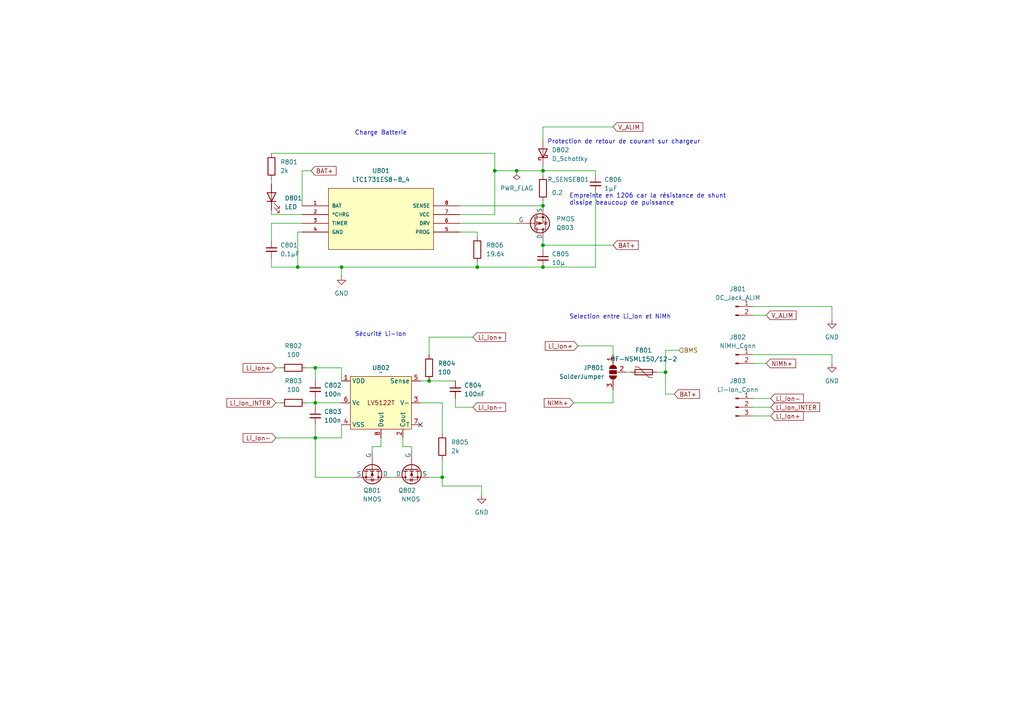
<source format=kicad_sch>
(kicad_sch (version 20230121) (generator eeschema)
  (paper "A4")
  (lib_symbols
    (symbol "Connector:Conn_01x02_Pin" (pin_names (offset 1.016) hide)
      (property "Reference" "J" (at 0 2.54 0))
      (property "Value" "Conn_01x02_Pin" (at 0 -5.08 0))
      (symbol "Conn_01x02_Pin_1_1"
        (polyline (pts (xy 1.27 -2.54) (xy 0.8636 -2.54)) (stroke (width 0.1524)))
        (polyline (pts (xy 1.27 0) (xy 0.8636 0)) (stroke (width 0.1524)))
        (rectangle (start 0.8636 -2.413) (end 0 -2.667) (stroke (width 0.1524)) (fill (type outline)))
        (rectangle (start 0.8636 0.127) (end 0 -0.127) (stroke (width 0.1524)) (fill (type outline)))
        (pin passive line (at 5.08 0 180) (length 3.81) (name "Pin_1") (number "1"))
        (pin passive line (at 5.08 -2.54 180) (length 3.81) (name "Pin_2") (number "2"))
      )
    )
    (symbol "Connector:Conn_01x03_Pin" (pin_names (offset 1.016) hide)
      (property "Reference" "J" (at 0 5.08 0))
      (property "Value" "Conn_01x03_Pin" (at 0 -5.08 0))
      (symbol "Conn_01x03_Pin_1_1"
        (polyline (pts (xy 1.27 -2.54) (xy 0.8636 -2.54)) (stroke (width 0.1524)))
        (polyline (pts (xy 1.27 0) (xy 0.8636 0)) (stroke (width 0.1524)))
        (polyline (pts (xy 1.27 2.54) (xy 0.8636 2.54)) (stroke (width 0.1524)))
        (rectangle (start 0.8636 -2.413) (end 0 -2.667) (stroke (width 0.1524)) (fill (type outline)))
        (rectangle (start 0.8636 0.127) (end 0 -0.127) (stroke (width 0.1524)) (fill (type outline)))
        (rectangle (start 0.8636 2.667) (end 0 2.413) (stroke (width 0.1524)) (fill (type outline)))
        (pin passive line (at 5.08 2.54 180) (length 3.81) (name "Pin_1") (number "1"))
        (pin passive line (at 5.08 0 180) (length 3.81) (name "Pin_2") (number "2"))
        (pin passive line (at 5.08 -2.54 180) (length 3.81) (name "Pin_3") (number "3"))
      )
    )
    (symbol "Device:C_Small" (pin_numbers hide) (pin_names (offset 0.254) hide)
      (property "Reference" "C" (at 0.254 1.778 0))
      (property "Value" "C_Small" (at 0.254 -2.032 0))
      (symbol "C_Small_0_1"
        (polyline (pts (xy -1.524 -0.508) (xy 1.524 -0.508)) (stroke (width 0.3302)))
        (polyline (pts (xy -1.524 0.508) (xy 1.524 0.508)) (stroke (width 0.3048)))
      )
      (symbol "C_Small_1_1"
        (pin passive line (at 0 2.54 270) (length 2.032) (name "~") (number "1"))
        (pin passive line (at 0 -2.54 90) (length 2.032) (name "~") (number "2"))
      )
    )
    (symbol "Device:D_Schottky" (pin_numbers hide) (pin_names (offset 1.016) hide)
      (property "Reference" "D" (at 0 2.54 0))
      (property "Value" "D_Schottky" (at 0 -2.54 0))
      (symbol "D_Schottky_0_1"
        (polyline (pts (xy 1.27 0) (xy -1.27 0)))
        (polyline (pts (xy 1.27 1.27) (xy 1.27 -1.27) (xy -1.27 0) (xy 1.27 1.27)) (stroke (width 0.254)))
        (polyline (pts (xy -1.905 0.635) (xy -1.905 1.27) (xy -1.27 1.27) (xy -1.27 -1.27) (xy -0.635 -1.27) (xy -0.635 -0.635)) (stroke (width 0.254)))
      )
      (symbol "D_Schottky_1_1"
        (pin passive line (at -3.81 0 0) (length 2.54) (name "K") (number "1"))
        (pin passive line (at 3.81 0 180) (length 2.54) (name "A") (number "2"))
      )
    )
    (symbol "Device:LED" (pin_numbers hide) (pin_names (offset 1.016) hide)
      (property "Reference" "D" (at 0 2.54 0))
      (property "Value" "LED" (at 0 -2.54 0))
      (symbol "LED_0_1"
        (polyline (pts (xy -1.27 -1.27) (xy -1.27 1.27)) (stroke (width 0.254)))
        (polyline (pts (xy -1.27 0) (xy 1.27 0)))
        (polyline (pts (xy 1.27 -1.27) (xy 1.27 1.27) (xy -1.27 0) (xy 1.27 -1.27)) (stroke (width 0.254)))
        (polyline (pts (xy -3.048 -0.762) (xy -4.572 -2.286) (xy -3.81 -2.286) (xy -4.572 -2.286) (xy -4.572 -1.524)))
        (polyline (pts (xy -1.778 -0.762) (xy -3.302 -2.286) (xy -2.54 -2.286) (xy -3.302 -2.286) (xy -3.302 -1.524)))
      )
      (symbol "LED_1_1"
        (pin passive line (at -3.81 0 0) (length 2.54) (name "K") (number "1"))
        (pin passive line (at 3.81 0 180) (length 2.54) (name "A") (number "2"))
      )
    )
    (symbol "Device:Polyfuse" (pin_numbers hide) (pin_names (offset 0))
      (property "Reference" "F" (at -2.54 0 90))
      (property "Value" "Polyfuse" (at 2.54 0 90))
      (symbol "Polyfuse_0_1"
        (rectangle (start -0.762 2.54) (end 0.762 -2.54) (stroke (width 0.254)))
        (polyline (pts (xy 0 2.54) (xy 0 -2.54)))
        (polyline (pts (xy -1.524 2.54) (xy -1.524 1.524) (xy 1.524 -1.524) (xy 1.524 -2.54)))
      )
      (symbol "Polyfuse_1_1"
        (pin passive line (at 0 3.81 270) (length 1.27) (name "~") (number "1"))
        (pin passive line (at 0 -3.81 90) (length 1.27) (name "~") (number "2"))
      )
    )
    (symbol "Device:R" (pin_numbers hide) (pin_names (offset 0))
      (property "Reference" "R" (at 2.032 0 90))
      (property "Value" "R" (at 0 0 90))
      (symbol "R_0_1"
        (rectangle (start -1.016 -2.54) (end 1.016 2.54) (stroke (width 0.254)))
      )
      (symbol "R_1_1"
        (pin passive line (at 0 3.81 270) (length 1.27) (name "~") (number "1"))
        (pin passive line (at 0 -3.81 90) (length 1.27) (name "~") (number "2"))
      )
    )
    (symbol "Jumper:SolderJumper_3_Open" (pin_names (offset 0) hide)
      (property "Reference" "JP" (at -2.54 -2.54 0))
      (property "Value" "SolderJumper_3_Open" (at 0 2.794 0))
      (symbol "SolderJumper_3_Open_0_1"
        (arc (start -1.016 1.016) (mid -2.0276 0) (end -1.016 -1.016))
        (arc (start -1.016 1.016) (mid -2.0276 0) (end -1.016 -1.016) (fill (type outline)))
        (rectangle (start -0.508 1.016) (end 0.508 -1.016) (fill (type outline)))
        (polyline (pts (xy -2.54 0) (xy -2.032 0)))
        (polyline (pts (xy -1.016 1.016) (xy -1.016 -1.016)))
        (polyline (pts (xy 0 -1.27) (xy 0 -1.016)))
        (polyline (pts (xy 1.016 1.016) (xy 1.016 -1.016)))
        (polyline (pts (xy 2.54 0) (xy 2.032 0)))
        (arc (start 1.016 -1.016) (mid 2.0276 0) (end 1.016 1.016))
        (arc (start 1.016 -1.016) (mid 2.0276 0) (end 1.016 1.016) (fill (type outline)))
      )
      (symbol "SolderJumper_3_Open_1_1"
        (pin passive line (at -5.08 0 0) (length 2.54) (name "A") (number "1"))
        (pin passive line (at 0 -3.81 90) (length 2.54) (name "C") (number "2"))
        (pin passive line (at 5.08 0 180) (length 2.54) (name "B") (number "3"))
      )
    )
    (symbol "LTC1731ES8-8_4:LTC1731ES8-8_4" (pin_names (offset 1.016))
      (property "Reference" "U1" (at 33.02 10.16 0))
      (property "Value" "LTC1731ES8-8_4" (at 33.02 7.62 0))
      (symbol "LTC1731ES8-8_4_0_0"
        (rectangle (start 17.78 5.08) (end 48.26 -12.7) (stroke (width 0.1524)) (fill (type background)))
        (pin input line (at 10.16 0 0) (length 7.62) (name "BAT") (number "1"))
        (pin output line (at 10.16 -2.54 0) (length 7.62) (name "*CHRG") (number "2"))
        (pin input line (at 10.16 -5.08 0) (length 7.62) (name "TIMER") (number "3"))
        (pin power_in line (at 10.16 -7.62 0) (length 7.62) (name "GND") (number "4"))
        (pin input line (at 55.88 -7.62 180) (length 7.62) (name "PROG") (number "5"))
        (pin output line (at 55.88 -5.08 180) (length 7.62) (name "DRV") (number "6"))
        (pin power_in line (at 55.88 -2.54 180) (length 7.62) (name "VCC") (number "7"))
        (pin input line (at 55.88 0 180) (length 7.62) (name "SENSE") (number "8"))
      )
    )
    (symbol "LV5122T:LV5122T"
      (property "Reference" "U2" (at 0 10.16 0))
      (property "Value" "~" (at 0 8.89 0))
      (symbol "LV5122T_1_1"
        (rectangle (start -8.89 7.62) (end 8.89 -7.62) (fill (type background)))
        (text "LV5122T" (at 0 0 0) (effects (font (size 1.27 1.27))))
        (pin bidirectional line (at -11.43 6.35 0) (length 2.54) (name "VDD") (number "1"))
        (pin bidirectional line (at 6.35 -10.16 90) (length 2.54) (name "Cout") (number "2"))
        (pin bidirectional line (at 11.43 0 180) (length 2.54) (name "V-") (number "3"))
        (pin bidirectional line (at -11.43 -6.35 0) (length 2.54) (name "VSS") (number "4"))
        (pin bidirectional line (at 11.43 6.35 180) (length 2.54) (name "Sense") (number "5"))
        (pin bidirectional line (at -11.43 0 0) (length 2.54) (name "Vc") (number "6"))
        (pin bidirectional line (at 11.43 -6.35 180) (length 2.54) (name "T") (number "7"))
        (pin bidirectional line (at 0 -10.16 90) (length 2.54) (name "Dout") (number "8"))
      )
    )
    (symbol "Simulation_SPICE:NMOS" (pin_numbers hide) (pin_names (offset 0))
      (property "Reference" "Q" (at 5.08 1.27 0))
      (property "Value" "NMOS" (at 5.08 -1.27 0))
      (symbol "NMOS_0_1"
        (polyline (pts (xy 0.254 0) (xy -2.54 0)))
        (polyline (pts (xy 0.254 1.905) (xy 0.254 -1.905)) (stroke (width 0.254)))
        (polyline (pts (xy 0.762 -1.27) (xy 0.762 -2.286)) (stroke (width 0.254)))
        (polyline (pts (xy 0.762 0.508) (xy 0.762 -0.508)) (stroke (width 0.254)))
        (polyline (pts (xy 0.762 2.286) (xy 0.762 1.27)) (stroke (width 0.254)))
        (polyline (pts (xy 2.54 2.54) (xy 2.54 1.778)))
        (polyline (pts (xy 2.54 -2.54) (xy 2.54 0) (xy 0.762 0)))
        (polyline (pts (xy 0.762 -1.778) (xy 3.302 -1.778) (xy 3.302 1.778) (xy 0.762 1.778)))
        (polyline (pts (xy 1.016 0) (xy 2.032 0.381) (xy 2.032 -0.381) (xy 1.016 0)) (fill (type outline)))
        (polyline (pts (xy 2.794 0.508) (xy 2.921 0.381) (xy 3.683 0.381) (xy 3.81 0.254)))
        (polyline (pts (xy 3.302 0.381) (xy 2.921 -0.254) (xy 3.683 -0.254) (xy 3.302 0.381)))
        (circle (center 1.651 0) (radius 2.794) (stroke (width 0.254)))
        (circle (center 2.54 -1.778) (radius 0.254) (fill (type outline)))
        (circle (center 2.54 1.778) (radius 0.254) (fill (type outline)))
      )
      (symbol "NMOS_1_1"
        (pin passive line (at 2.54 5.08 270) (length 2.54) (name "D") (number "1"))
        (pin input line (at -5.08 0 0) (length 2.54) (name "G") (number "2"))
        (pin passive line (at 2.54 -5.08 90) (length 2.54) (name "S") (number "3"))
      )
    )
    (symbol "Simulation_SPICE:PMOS" (pin_numbers hide) (pin_names (offset 0))
      (property "Reference" "Q" (at 5.08 1.27 0))
      (property "Value" "PMOS" (at 5.08 -1.27 0))
      (symbol "PMOS_0_1"
        (polyline (pts (xy 0.254 0) (xy -2.54 0)))
        (polyline (pts (xy 0.254 1.905) (xy 0.254 -1.905)) (stroke (width 0.254)))
        (polyline (pts (xy 0.762 -1.27) (xy 0.762 -2.286)) (stroke (width 0.254)))
        (polyline (pts (xy 0.762 0.508) (xy 0.762 -0.508)) (stroke (width 0.254)))
        (polyline (pts (xy 0.762 2.286) (xy 0.762 1.27)) (stroke (width 0.254)))
        (polyline (pts (xy 2.54 2.54) (xy 2.54 1.778)))
        (polyline (pts (xy 2.54 -2.54) (xy 2.54 0) (xy 0.762 0)))
        (polyline (pts (xy 0.762 1.778) (xy 3.302 1.778) (xy 3.302 -1.778) (xy 0.762 -1.778)))
        (polyline (pts (xy 2.286 0) (xy 1.27 0.381) (xy 1.27 -0.381) (xy 2.286 0)) (fill (type outline)))
        (polyline (pts (xy 2.794 -0.508) (xy 2.921 -0.381) (xy 3.683 -0.381) (xy 3.81 -0.254)))
        (polyline (pts (xy 3.302 -0.381) (xy 2.921 0.254) (xy 3.683 0.254) (xy 3.302 -0.381)))
        (circle (center 1.651 0) (radius 2.794) (stroke (width 0.254)))
        (circle (center 2.54 -1.778) (radius 0.254) (fill (type outline)))
        (circle (center 2.54 1.778) (radius 0.254) (fill (type outline)))
      )
      (symbol "PMOS_1_1"
        (pin passive line (at 2.54 5.08 270) (length 2.54) (name "D") (number "1"))
        (pin input line (at -5.08 0 0) (length 2.54) (name "G") (number "2"))
        (pin passive line (at 2.54 -5.08 90) (length 2.54) (name "S") (number "3"))
      )
    )
    (symbol "power:GND" (power) (pin_names (offset 0))
      (property "Value" "GND" (at 0 -3.81 0))
      (symbol "GND_0_1"
        (polyline (pts (xy 0 0) (xy 0 -1.27) (xy 1.27 -1.27) (xy 0 -2.54) (xy -1.27 -1.27) (xy 0 -1.27)))
      )
      (symbol "GND_1_1"
        (pin power_in line (at 0 0 270) (length 0) hide (name "GND") (number "1"))
      )
    )
    (symbol "power:PWR_FLAG" (power) (pin_numbers hide) (pin_names (offset 0) hide)
      (property "Value" "PWR_FLAG" (at 0 3.81 0))
      (symbol "PWR_FLAG_0_0"
        (pin power_out line (at 0 0 90) (length 0) (name "pwr") (number "1"))
      )
      (symbol "PWR_FLAG_0_1"
        (polyline (pts (xy 0 0) (xy 0 1.27) (xy -1.016 1.905) (xy 0 2.54) (xy 1.016 1.905) (xy 0 1.27)))
      )
    )
  )
  (junction (at 128.27 138.43))
  (junction (at 91.44 127))
  (junction (at 157.48 49.53))
  (junction (at 91.44 106.68))
  (junction (at 157.48 59.69))
  (junction (at 143.51 49.53))
  (junction (at 157.48 77.47))
  (junction (at 86.36 77.47))
  (junction (at 149.86 49.53))
  (junction (at 124.46 110.49))
  (junction (at 193.04 107.95))
  (junction (at 99.06 77.47))
  (junction (at 157.48 71.12))
  (junction (at 138.43 77.47))
  (junction (at 91.44 116.84))
  (no_connect (at 121.92 123.19))
  (wire (pts (xy 128.27 133.35) (xy 128.27 138.43)))
  (wire (pts (xy 193.04 107.95) (xy 193.04 114.3)))
  (wire (pts (xy 143.51 44.45) (xy 143.51 49.53)))
  (wire (pts (xy 91.44 115.57) (xy 91.44 116.84)))
  (wire (pts (xy 99.06 77.47) (xy 99.06 80.01)))
  (wire (pts (xy 99.06 127) (xy 91.44 127)))
  (wire (pts (xy 157.48 71.12) (xy 157.48 69.85)))
  (wire (pts (xy 110.49 129.54) (xy 110.49 127)))
  (wire (pts (xy 124.46 110.49) (xy 132.08 110.49)))
  (wire (pts (xy 87.63 64.77) (xy 78.74 64.77)))
  (wire (pts (xy 138.43 67.31) (xy 138.43 68.58)))
  (wire (pts (xy 116.84 129.54) (xy 116.84 127)))
  (wire (pts (xy 132.08 115.57) (xy 132.08 118.11)))
  (wire (pts (xy 172.72 50.8) (xy 172.72 49.53)))
  (wire (pts (xy 193.04 101.6) (xy 196.85 101.6)))
  (wire (pts (xy 113.03 138.43) (xy 114.3 138.43)))
  (wire (pts (xy 157.48 40.64) (xy 157.48 36.83)))
  (wire (pts (xy 99.06 110.49) (xy 99.06 106.68)))
  (wire (pts (xy 166.37 116.84) (xy 177.8 116.84)))
  (wire (pts (xy 78.74 62.23) (xy 78.74 60.96)))
  (wire (pts (xy 107.95 129.54) (xy 110.49 129.54)))
  (wire (pts (xy 78.74 64.77) (xy 78.74 69.85)))
  (wire (pts (xy 91.44 106.68) (xy 91.44 110.49)))
  (wire (pts (xy 172.72 77.47) (xy 172.72 55.88)))
  (wire (pts (xy 78.74 74.93) (xy 78.74 77.47)))
  (wire (pts (xy 157.48 71.12) (xy 157.48 72.39)))
  (wire (pts (xy 119.38 129.54) (xy 116.84 129.54)))
  (wire (pts (xy 138.43 77.47) (xy 99.06 77.47)))
  (wire (pts (xy 87.63 67.31) (xy 86.36 67.31)))
  (wire (pts (xy 99.06 77.47) (xy 86.36 77.47)))
  (wire (pts (xy 138.43 77.47) (xy 138.43 76.2)))
  (wire (pts (xy 143.51 49.53) (xy 149.86 49.53)))
  (wire (pts (xy 88.9 116.84) (xy 91.44 116.84)))
  (wire (pts (xy 241.3 88.9) (xy 241.3 92.71)))
  (wire (pts (xy 128.27 116.84) (xy 128.27 125.73)))
  (wire (pts (xy 78.74 44.45) (xy 143.51 44.45)))
  (wire (pts (xy 218.44 88.9) (xy 241.3 88.9)))
  (wire (pts (xy 124.46 102.87) (xy 124.46 97.79)))
  (wire (pts (xy 241.3 102.87) (xy 241.3 105.41)))
  (wire (pts (xy 91.44 116.84) (xy 99.06 116.84)))
  (wire (pts (xy 218.44 102.87) (xy 241.3 102.87)))
  (wire (pts (xy 138.43 77.47) (xy 157.48 77.47)))
  (wire (pts (xy 80.01 116.84) (xy 81.28 116.84)))
  (wire (pts (xy 157.48 36.83) (xy 177.8 36.83)))
  (wire (pts (xy 218.44 105.41) (xy 222.25 105.41)))
  (wire (pts (xy 91.44 127) (xy 91.44 123.19)))
  (wire (pts (xy 157.48 49.53) (xy 157.48 50.8)))
  (wire (pts (xy 91.44 138.43) (xy 91.44 127)))
  (wire (pts (xy 149.86 49.53) (xy 157.48 49.53)))
  (wire (pts (xy 133.35 59.69) (xy 157.48 59.69)))
  (wire (pts (xy 91.44 106.68) (xy 88.9 106.68)))
  (wire (pts (xy 121.92 116.84) (xy 128.27 116.84)))
  (wire (pts (xy 157.48 58.42) (xy 157.48 59.69)))
  (wire (pts (xy 172.72 49.53) (xy 157.48 49.53)))
  (wire (pts (xy 218.44 120.65) (xy 223.52 120.65)))
  (wire (pts (xy 157.48 48.26) (xy 157.48 49.53)))
  (wire (pts (xy 167.64 100.33) (xy 177.8 100.33)))
  (wire (pts (xy 143.51 62.23) (xy 143.51 49.53)))
  (wire (pts (xy 193.04 101.6) (xy 193.04 107.95)))
  (wire (pts (xy 99.06 106.68) (xy 91.44 106.68)))
  (wire (pts (xy 139.7 140.97) (xy 139.7 143.51)))
  (wire (pts (xy 102.87 138.43) (xy 91.44 138.43)))
  (wire (pts (xy 107.95 130.81) (xy 107.95 129.54)))
  (wire (pts (xy 177.8 113.03) (xy 177.8 116.84)))
  (wire (pts (xy 157.48 77.47) (xy 172.72 77.47)))
  (wire (pts (xy 177.8 100.33) (xy 177.8 102.87)))
  (wire (pts (xy 80.01 106.68) (xy 81.28 106.68)))
  (wire (pts (xy 87.63 59.69) (xy 87.63 49.53)))
  (wire (pts (xy 218.44 91.44) (xy 222.25 91.44)))
  (wire (pts (xy 133.35 64.77) (xy 149.86 64.77)))
  (wire (pts (xy 124.46 97.79) (xy 137.16 97.79)))
  (wire (pts (xy 80.01 127) (xy 91.44 127)))
  (wire (pts (xy 124.46 138.43) (xy 128.27 138.43)))
  (wire (pts (xy 132.08 118.11) (xy 137.16 118.11)))
  (wire (pts (xy 181.61 107.95) (xy 182.88 107.95)))
  (wire (pts (xy 133.35 62.23) (xy 143.51 62.23)))
  (wire (pts (xy 87.63 49.53) (xy 90.17 49.53)))
  (wire (pts (xy 177.8 71.12) (xy 157.48 71.12)))
  (wire (pts (xy 133.35 67.31) (xy 138.43 67.31)))
  (wire (pts (xy 78.74 62.23) (xy 87.63 62.23)))
  (wire (pts (xy 91.44 116.84) (xy 91.44 118.11)))
  (wire (pts (xy 218.44 115.57) (xy 223.52 115.57)))
  (wire (pts (xy 195.58 114.3) (xy 193.04 114.3)))
  (wire (pts (xy 119.38 130.81) (xy 119.38 129.54)))
  (wire (pts (xy 190.5 107.95) (xy 193.04 107.95)))
  (wire (pts (xy 78.74 52.07) (xy 78.74 53.34)))
  (wire (pts (xy 218.44 118.11) (xy 223.52 118.11)))
  (wire (pts (xy 121.92 110.49) (xy 124.46 110.49)))
  (wire (pts (xy 78.74 77.47) (xy 86.36 77.47)))
  (wire (pts (xy 99.06 123.19) (xy 99.06 127)))
  (wire (pts (xy 86.36 67.31) (xy 86.36 77.47)))
  (wire (pts (xy 128.27 140.97) (xy 128.27 138.43)))
  (wire (pts (xy 128.27 140.97) (xy 139.7 140.97)))
  (text "Empreinte en 1206 car la résistance de shunt \ndissipe beaucoup de puissance\n" (at 165.1 59.69 0) (effects (font (size 1.27 1.27)) (justify left bottom)))
  (text "Sécurité Li-Ion" (at 102.87 97.79 0) (effects (font (size 1.27 1.27)) (justify left bottom)))
  (text "Protection de retour de courant sur chargeur\n" (at 158.75 41.91 0) (effects (font (size 1.27 1.27)) (justify left bottom)))
  (text "Selection entre Li_Ion et NiMh" (at 165.1 92.71 0) (effects (font (size 1.27 1.27)) (justify left bottom)))
  (text "Charge Batterie" (at 102.87 39.37 0) (effects (font (size 1.27 1.27)) (justify left bottom)))
  (global_label "Li_Ion+" (shape input) (at 80.01 106.68 180) (property "Intersheetrefs" "${INTERSHEET_REFS}" (effects hide)))
  (global_label "Li_Ion_INTER" (shape input) (at 80.01 116.84 180) (property "Intersheetrefs" "${INTERSHEET_REFS}" (effects hide)))
  (global_label "Li_Ion-" (shape input) (at 80.01 127 180) (property "Intersheetrefs" "${INTERSHEET_REFS}" (effects hide)))
  (global_label "NiMh+" (shape input) (at 166.37 116.84 180) (property "Intersheetrefs" "${INTERSHEET_REFS}" (effects hide)))
  (global_label "Li_Ion+" (shape input) (at 137.16 97.79 0) (property "Intersheetrefs" "${INTERSHEET_REFS}" (effects hide)))
  (global_label "V_ALIM" (shape input) (at 222.25 91.44 0) (property "Intersheetrefs" "${INTERSHEET_REFS}" (effects hide)))
  (global_label "V_ALIM" (shape input) (at 177.8 36.83 0) (property "Intersheetrefs" "${INTERSHEET_REFS}" (effects hide)))
  (global_label "Li_Ion-" (shape input) (at 137.16 118.11 0) (property "Intersheetrefs" "${INTERSHEET_REFS}" (effects hide)))
  (global_label "Li_Ion+" (shape input) (at 223.52 120.65 0) (property "Intersheetrefs" "${INTERSHEET_REFS}" (effects hide)))
  (global_label "BAT+" (shape input) (at 195.58 114.3 0) (property "Intersheetrefs" "${INTERSHEET_REFS}" (effects hide)))
  (global_label "Li_Ion-" (shape input) (at 223.52 115.57 0) (property "Intersheetrefs" "${INTERSHEET_REFS}" (effects hide)))
  (global_label "Li_Ion+" (shape input) (at 167.64 100.33 180) (property "Intersheetrefs" "${INTERSHEET_REFS}" (effects hide)))
  (global_label "Li_Ion_INTER" (shape input) (at 223.52 118.11 0) (property "Intersheetrefs" "${INTERSHEET_REFS}" (effects hide)))
  (global_label "BAT+" (shape input) (at 177.8 71.12 0) (property "Intersheetrefs" "${INTERSHEET_REFS}" (effects hide)))
  (global_label "NiMh+" (shape input) (at 222.25 105.41 0) (property "Intersheetrefs" "${INTERSHEET_REFS}" (effects hide)))
  (global_label "BAT+" (shape input) (at 90.17 49.53 0) (property "Intersheetrefs" "${INTERSHEET_REFS}" (effects hide)))
  (hierarchical_label "BMS" (shape input) (at 196.85 101.6 0))
  (symbol (lib_id "Device:R") (at 78.74 48.26 0) (unit 1)
    (property "Reference" "R801" (at 81.28 46.99 0) (effects (justify left)))
    (property "Value" "2k" (at 81.28 49.53 0) (effects (justify left)))
    (property "Footprint" "Resistor_SMD:R_0603_1608Metric" (effects hide))
    (instances (project "kicad_chat-souris" (path "" (reference "R801") (unit 1))) (project "PCB_Projet_Chat" (path "" (reference "R1") (unit 1)) (path "" (reference "R201") (unit 1))))
  )
  (symbol (lib_id "Device:R") (at 85.09 116.84 270) (unit 1)
    (property "Reference" "R803" (at 85.09 110.49 90))
    (property "Value" "100" (at 85.09 113.03 90))
    (property "Footprint" "Resistor_SMD:R_0603_1608Metric" (effects hide))
    (instances (project "kicad_chat-souris" (path "" (reference "R803") (unit 1))) (project "PCB_Projet_Chat" (path "" (reference "R3") (unit 1)) (path "" (reference "R203") (unit 1))))
  )
  (symbol (lib_id "Device:C_Small") (at 78.74 72.39 0) (unit 1)
    (property "Reference" "C801" (at 81.28 71.1263 0) (effects (justify left)))
    (property "Value" "0.1µF" (at 81.28 73.6663 0) (effects (justify left)))
    (property "Footprint" "Capacitor_SMD:C_0603_1608Metric" (effects hide))
    (instances (project "kicad_chat-souris" (path "" (reference "C801") (unit 1))) (project "PCB_Projet_Chat" (path "" (reference "C3") (unit 1)) (path "" (reference "C201") (unit 1))))
  )
  (symbol (lib_id "Simulation_SPICE:NMOS") (at 107.95 135.89 270) (unit 1)
    (property "Reference" "Q801" (at 107.95 142.24 90))
    (property "Value" "NMOS" (at 107.95 144.78 90))
    (property "Footprint" "Package_TO_SOT_SMD:SOT-23" (effects hide))
    (property "Datasheet" "https://ngspice.sourceforge.io/docs/ngspice-manual.pdf" (effects hide))
    (property "Sim.Device" "NMOS" (effects hide))
    (property "Sim.Type" "VDMOS" (effects hide))
    (property "Sim.Pins" "1=D 2=G 3=S" (effects hide))
    (instances (project "kicad_chat-souris" (path "" (reference "Q801") (unit 1))) (project "PCB_Projet_Chat" (path "" (reference "Q2") (unit 1)) (path "" (reference "Q201") (unit 1))))
  )
  (symbol (lib_id "Simulation_SPICE:PMOS") (at 154.94 64.77 0) (mirror x) (unit 1)
    (property "Reference" "Q803" (at 161.29 66.04 0) (effects (justify left)))
    (property "Value" "PMOS" (at 161.29 63.5 0) (effects (justify left)))
    (property "Footprint" "Package_TO_SOT_SMD:SOT-23" (effects hide))
    (property "Datasheet" "https://ngspice.sourceforge.io/docs/ngspice-manual.pdf" (effects hide))
    (property "Sim.Device" "PMOS" (effects hide))
    (property "Sim.Type" "VDMOS" (effects hide))
    (property "Sim.Pins" "1=D 2=G 3=S" (effects hide))
    (instances (project "kicad_chat-souris" (path "" (reference "Q803") (unit 1))) (project "PCB_Projet_Chat" (path "" (reference "Q1") (unit 1)) (path "" (reference "Q203") (unit 1))))
  )
  (symbol (lib_id "power:GND") (at 241.3 92.71 0) (unit 1)
    (property "Reference" "#PWR0803" (effects hide))
    (property "Value" "GND" (at 241.3 97.79 0))
    (instances (project "kicad_chat-souris" (path "" (reference "#PWR0803") (unit 1))) (project "PCB_Projet_Chat" (path "" (reference "#PWR01") (unit 1)) (path "" (reference "#PWR0203") (unit 1))))
  )
  (symbol (lib_id "Device:C_Small") (at 157.48 74.93 0) (unit 1)
    (property "Reference" "C805" (at 160.02 73.6663 0) (effects (justify left)))
    (property "Value" "10µ" (at 160.02 76.2063 0) (effects (justify left)))
    (property "Footprint" "Capacitor_SMD:CP_Elec_5x5.4" (effects hide))
    (instances (project "kicad_chat-souris" (path "" (reference "C805") (unit 1))) (project "PCB_Projet_Chat" (path "" (reference "C2") (unit 1)) (path "" (reference "C205") (unit 1))))
  )
  (symbol (lib_id "LTC1731ES8-8_4:LTC1731ES8-8_4") (at 77.47 59.69 0) (unit 1)
    (property "Reference" "U801" (at 110.49 49.53 0))
    (property "Value" "LTC1731ES8-8_4" (at 110.49 52.07 0))
    (property "Footprint" "Package_SO:SO-8_3.9x4.9mm_P1.27mm" (effects hide))
    (property "MF" "Analog Devices" (effects hide))
    (property "VENDOR" "Linear Technology" (effects hide))
    (property "Description" "\nBattery Management LTC1731-8.X - Lithium-Ion Linear Battery Charger Controller\n" (effects hide))
    (property "Package" "SOIC-8 Linear Technology" (effects hide))
    (property "Price" "None" (effects hide))
    (property "Check_prices" "https://www.snapeda.com/parts/LTC1731ES8-8.4/Analog+Devices/view-part/?ref=eda" (effects hide))
    (property "SnapEDA_Link" "https://www.snapeda.com/parts/LTC1731ES8-8.4/Analog+Devices/view-part/?ref=snap" (effects hide))
    (property "MP" "LTC1731ES8-8.4" (effects hide))
    (property "Availability" "In Stock" (effects hide))
    (property "MANUFACTURER_PART_NUMBER" "ltc1731es88.4" (effects hide))
    (instances (project "kicad_chat-souris" (path "" (reference "U801") (unit 1))) (project "PCB_Projet_Chat" (path "" (reference "U1") (unit 1)) (path "" (reference "U201") (unit 1))))
  )
  (symbol (lib_id "Device:Polyfuse") (at 186.69 107.95 270) (mirror x) (unit 1)
    (property "Reference" "F801" (at 186.69 101.6 90))
    (property "Value" "MF-NSML150/12-2" (at 186.69 104.14 90))
    (property "Footprint" "Fuse:Fuse_1206_3216Metric" (effects hide))
    (instances (project "kicad_chat-souris" (path "" (reference "F801") (unit 1))) (project "PCB_Projet_Chat" (path "" (reference "F1") (unit 1)) (path "" (reference "F201") (unit 1))))
  )
  (symbol (lib_id "Device:D_Schottky") (at 157.48 44.45 90) (unit 1)
    (property "Reference" "D802" (at 160.02 43.4975 90) (effects (justify right)))
    (property "Value" "D_Schottky" (at 160.02 46.0375 90) (effects (justify right)))
    (property "Footprint" "Diode_SMD:D_SMA" (effects hide))
    (instances (project "kicad_chat-souris" (path "" (reference "D802") (unit 1))) (project "PCB_Projet_Chat" (path "" (reference "D2") (unit 1)) (path "" (reference "D202") (unit 1))))
  )
  (symbol (lib_id "Device:C_Small") (at 132.08 113.03 0) (unit 1)
    (property "Reference" "C804" (at 134.62 111.7663 0) (effects (justify left)))
    (property "Value" "100nF" (at 134.62 114.3063 0) (effects (justify left)))
    (property "Footprint" "Capacitor_SMD:C_0603_1608Metric" (effects hide))
    (instances (project "kicad_chat-souris" (path "" (reference "C804") (unit 1))) (project "PCB_Projet_Chat" (path "" (reference "C6") (unit 1)) (path "" (reference "C204") (unit 1))))
  )
  (symbol (lib_id "power:GND") (at 139.7 143.51 0) (unit 1)
    (property "Reference" "#PWR0802" (effects hide))
    (property "Value" "GND" (at 139.7 148.59 0))
    (instances (project "kicad_chat-souris" (path "" (reference "#PWR0802") (unit 1))) (project "PCB_Projet_Chat" (path "" (reference "#PWR03") (unit 1)) (path "" (reference "#PWR0202") (unit 1))))
  )
  (symbol (lib_id "LV5122T:LV5122T") (at 110.49 116.84 0) (unit 1)
    (property "Reference" "U802" (at 110.49 106.68 0))
    (property "Value" "~" (at 110.49 107.95 0))
    (property "Footprint" "Package_SO:MSOP-8_3x3mm_P0.65mm" (effects hide))
    (instances (project "kicad_chat-souris" (path "" (reference "U802") (unit 1))) (project "PCB_Projet_Chat" (path "" (reference "U2") (unit 1)) (path "" (reference "U202") (unit 1))))
  )
  (symbol (lib_id "power:GND") (at 99.06 80.01 0) (unit 1)
    (property "Reference" "#PWR0801" (effects hide))
    (property "Value" "GND" (at 99.06 85.09 0))
    (instances (project "kicad_chat-souris" (path "" (reference "#PWR0801") (unit 1))) (project "PCB_Projet_Chat" (path "" (reference "#PWR02") (unit 1)) (path "" (reference "#PWR0201") (unit 1))))
  )
  (symbol (lib_id "Device:R") (at 157.48 54.61 0) (unit 1)
    (property "Reference" "R_SENSE801" (at 158.75 52.07 0) (effects (justify left)))
    (property "Value" "0.2" (at 160.02 55.88 0) (effects (justify left)))
    (property "Footprint" "Resistor_SMD:R_1206_3216Metric" (effects hide))
    (instances (project "kicad_chat-souris" (path "" (reference "R_SENSE801") (unit 1))) (project "PCB_Projet_Chat" (path "" (reference "R_SENSE") (unit 1)) (path "" (reference "R_SENSE201") (unit 1))))
  )
  (symbol (lib_id "power:PWR_FLAG") (at 149.86 49.53 180) (unit 1)
    (property "Reference" "#FLG0301" (effects hide))
    (property "Value" "PWR_FLAG" (at 149.86 54.61 0))
    (instances (project "kicad_chat-souris" (path "" (reference "#FLG0301") (unit 1)) (path "" (reference "#FLG0801") (unit 1))))
  )
  (symbol (lib_id "Device:C_Small") (at 91.44 113.03 0) (unit 1)
    (property "Reference" "C802" (at 93.98 111.7663 0) (effects (justify left)))
    (property "Value" "100n" (at 93.98 114.3063 0) (effects (justify left)))
    (property "Footprint" "Capacitor_SMD:C_0603_1608Metric" (effects hide))
    (instances (project "kicad_chat-souris" (path "" (reference "C802") (unit 1))) (project "PCB_Projet_Chat" (path "" (reference "C4") (unit 1)) (path "" (reference "C202") (unit 1))))
  )
  (symbol (lib_id "Connector:Conn_01x02_Pin") (at 213.36 88.9 0) (unit 1)
    (property "Reference" "J801" (at 213.995 83.82 0))
    (property "Value" "DC_Jack_ALIM" (at 213.995 86.36 0))
    (property "Footprint" "DCJack_footprint:WE_694102303002" (effects hide))
    (instances (project "kicad_chat-souris" (path "" (reference "J801") (unit 1))) (project "PCB_Projet_Chat" (path "" (reference "J3") (unit 1)) (path "" (reference "J201") (unit 1))))
  )
  (symbol (lib_id "Connector:Conn_01x03_Pin") (at 213.36 118.11 0) (unit 1)
    (property "Reference" "J803" (at 213.995 110.49 0))
    (property "Value" "Li-Ion_Conn" (at 213.995 113.03 0))
    (property "Footprint" "Connector_JST:JST_XH_S3B-XH-A_1x03_P2.50mm_Horizontal" (effects hide))
    (instances (project "kicad_chat-souris" (path "" (reference "J803") (unit 1))) (project "PCB_Projet_Chat" (path "" (reference "J2") (unit 1)) (path "" (reference "J203") (unit 1))))
  )
  (symbol (lib_id "Connector:Conn_01x02_Pin") (at 213.36 102.87 0) (unit 1)
    (property "Reference" "J802" (at 213.995 97.79 0))
    (property "Value" "NiMH_Conn" (at 213.995 100.33 0))
    (property "Footprint" "Connector_JST:JST_XH_S2B-XH-A_1x02_P2.50mm_Horizontal" (effects hide))
    (instances (project "kicad_chat-souris" (path "" (reference "J802") (unit 1))) (project "PCB_Projet_Chat" (path "" (reference "J1") (unit 1)) (path "" (reference "J202") (unit 1))))
  )
  (symbol (lib_id "Device:LED") (at 78.74 57.15 90) (unit 1)
    (property "Reference" "D801" (at 82.55 57.4675 90) (effects (justify right)))
    (property "Value" "LED" (at 82.55 60.0075 90) (effects (justify right)))
    (property "Footprint" "LED_SMD:LED_0603_1608Metric" (effects hide))
    (instances (project "kicad_chat-souris" (path "" (reference "D801") (unit 1))) (project "PCB_Projet_Chat" (path "" (reference "D1") (unit 1)) (path "" (reference "D201") (unit 1))))
  )
  (symbol (lib_id "Device:R") (at 124.46 106.68 0) (unit 1)
    (property "Reference" "R804" (at 127 105.41 0) (effects (justify left)))
    (property "Value" "100" (at 127 107.95 0) (effects (justify left)))
    (property "Footprint" "Resistor_SMD:R_0603_1608Metric" (effects hide))
    (instances (project "kicad_chat-souris" (path "" (reference "R804") (unit 1))) (project "PCB_Projet_Chat" (path "" (reference "R5") (unit 1)) (path "" (reference "R204") (unit 1))))
  )
  (symbol (lib_id "Device:R") (at 85.09 106.68 270) (unit 1)
    (property "Reference" "R802" (at 85.09 100.33 90))
    (property "Value" "100" (at 85.09 102.87 90))
    (property "Footprint" "Resistor_SMD:R_0603_1608Metric" (effects hide))
    (instances (project "kicad_chat-souris" (path "" (reference "R802") (unit 1))) (project "PCB_Projet_Chat" (path "" (reference "R4") (unit 1)) (path "" (reference "R202") (unit 1))))
  )
  (symbol (lib_id "Simulation_SPICE:NMOS") (at 119.38 135.89 90) (mirror x) (unit 1)
    (property "Reference" "Q802" (at 120.65 142.24 90) (effects (justify left)))
    (property "Value" "NMOS" (at 121.92 144.78 90) (effects (justify left)))
    (property "Footprint" "Package_TO_SOT_SMD:SOT-23" (effects hide))
    (property "Datasheet" "https://ngspice.sourceforge.io/docs/ngspice-manual.pdf" (effects hide))
    (property "Sim.Device" "NMOS" (effects hide))
    (property "Sim.Type" "VDMOS" (effects hide))
    (property "Sim.Pins" "1=D 2=G 3=S" (effects hide))
    (instances (project "kicad_chat-souris" (path "" (reference "Q802") (unit 1))) (project "PCB_Projet_Chat" (path "" (reference "Q3") (unit 1)) (path "" (reference "Q202") (unit 1))))
  )
  (symbol (lib_id "Device:R") (at 138.43 72.39 0) (unit 1)
    (property "Reference" "R806" (at 140.97 71.12 0) (effects (justify left)))
    (property "Value" "19.6k" (at 140.97 73.66 0) (effects (justify left)))
    (property "Footprint" "Resistor_SMD:R_0603_1608Metric" (effects hide))
    (instances (project "kicad_chat-souris" (path "" (reference "R806") (unit 1))) (project "PCB_Projet_Chat" (path "" (reference "R2") (unit 1)) (path "" (reference "R206") (unit 1))))
  )
  (symbol (lib_id "Jumper:SolderJumper_3_Open") (at 177.8 107.95 90) (mirror x) (unit 1)
    (property "Reference" "JP801" (at 175.26 106.68 90) (effects (justify left)))
    (property "Value" "SolderJumper" (at 175.26 109.22 90) (effects (justify left)))
    (property "Footprint" "Jumper:SolderJumper-3_P2.0mm_Open_TrianglePad1.0x1.5mm" (effects hide))
    (instances (project "kicad_chat-souris" (path "" (reference "JP801") (unit 1))) (project "PCB_Projet_Chat" (path "" (reference "JP1") (unit 1)) (path "" (reference "JP201") (unit 1))))
  )
  (symbol (lib_id "Device:C_Small") (at 172.72 53.34 0) (unit 1)
    (property "Reference" "C806" (at 175.26 52.0763 0) (effects (justify left)))
    (property "Value" "1µF" (at 175.26 54.6163 0) (effects (justify left)))
    (property "Footprint" "Capacitor_SMD:C_0603_1608Metric" (effects hide))
    (instances (project "kicad_chat-souris" (path "" (reference "C806") (unit 1))) (project "PCB_Projet_Chat" (path "" (reference "C1") (unit 1)) (path "" (reference "C206") (unit 1))))
  )
  (symbol (lib_id "Device:C_Small") (at 91.44 120.65 0) (unit 1)
    (property "Reference" "C803" (at 93.98 119.3863 0) (effects (justify left)))
    (property "Value" "100n" (at 93.98 121.9263 0) (effects (justify left)))
    (property "Footprint" "Capacitor_SMD:C_0603_1608Metric" (effects hide))
    (instances (project "kicad_chat-souris" (path "" (reference "C803") (unit 1))) (project "PCB_Projet_Chat" (path "" (reference "C5") (unit 1)) (path "" (reference "C203") (unit 1))))
  )
  (symbol (lib_id "Device:R") (at 128.27 129.54 0) (unit 1)
    (property "Reference" "R805" (at 130.81 128.27 0) (effects (justify left)))
    (property "Value" "2k" (at 130.81 130.81 0) (effects (justify left)))
    (property "Footprint" "Resistor_SMD:R_0603_1608Metric" (effects hide))
    (instances (project "kicad_chat-souris" (path "" (reference "R805") (unit 1))) (project "PCB_Projet_Chat" (path "" (reference "R6") (unit 1)) (path "" (reference "R205") (unit 1))))
  )
  (symbol (lib_id "power:GND") (at 241.3 105.41 0) (unit 1)
    (property "Reference" "#PWR0804" (effects hide))
    (property "Value" "GND" (at 241.3 110.49 0))
    (instances (project "kicad_chat-souris" (path "" (reference "#PWR0804") (unit 1))) (project "PCB_Projet_Chat" (path "" (reference "#PWR04") (unit 1)) (path "" (reference "#PWR0204") (unit 1))))
  )
)
</source>
